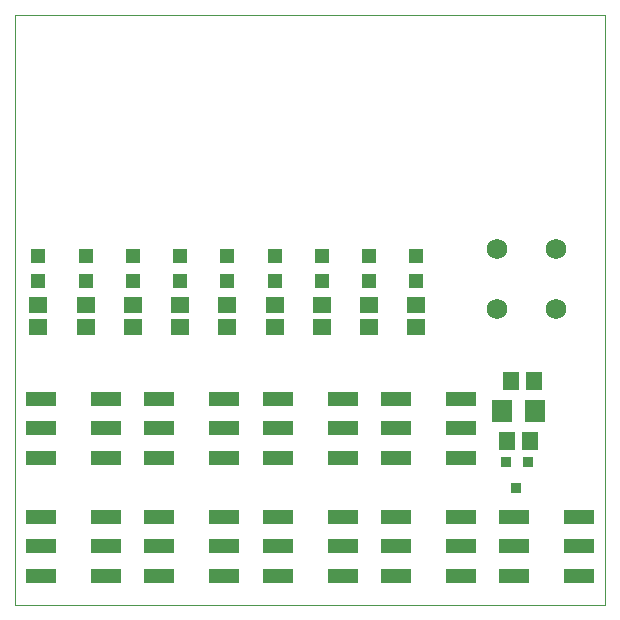
<source format=gts>
G75*
%MOIN*%
%OFA0B0*%
%FSLAX24Y24*%
%IPPOS*%
%LPD*%
%AMOC8*
5,1,8,0,0,1.08239X$1,22.5*
%
%ADD10C,0.0000*%
%ADD11R,0.1024X0.0512*%
%ADD12R,0.0512X0.0512*%
%ADD13R,0.0670X0.0749*%
%ADD14R,0.0552X0.0631*%
%ADD15C,0.0690*%
%ADD16R,0.0631X0.0552*%
%ADD17R,0.0340X0.0340*%
D10*
X000180Y000180D02*
X000180Y019865D01*
X019865Y019865D01*
X019865Y000180D01*
X000180Y000180D01*
D11*
X001066Y001164D03*
X001066Y002149D03*
X001066Y003133D03*
X001066Y005101D03*
X001066Y006086D03*
X001066Y007070D03*
X003231Y007070D03*
X003231Y006086D03*
X003231Y005101D03*
X005003Y005101D03*
X005003Y006086D03*
X005003Y007070D03*
X007168Y007070D03*
X007168Y006086D03*
X007168Y005101D03*
X008940Y005101D03*
X008940Y006086D03*
X008940Y007070D03*
X011105Y007070D03*
X011105Y006086D03*
X011105Y005101D03*
X012877Y005101D03*
X012877Y006086D03*
X012877Y007070D03*
X015042Y007070D03*
X015042Y006086D03*
X015042Y005101D03*
X015042Y003133D03*
X015042Y002149D03*
X015042Y001164D03*
X016814Y001164D03*
X016814Y002149D03*
X016814Y003133D03*
X018979Y003133D03*
X018979Y002149D03*
X018979Y001164D03*
X012877Y001164D03*
X012877Y002149D03*
X012877Y003133D03*
X011105Y003133D03*
X011105Y002149D03*
X011105Y001164D03*
X008940Y001164D03*
X008940Y002149D03*
X008940Y003133D03*
X007168Y003133D03*
X007168Y002149D03*
X007168Y001164D03*
X005003Y001164D03*
X005003Y002149D03*
X005003Y003133D03*
X003231Y003133D03*
X003231Y002149D03*
X003231Y001164D03*
D12*
X002542Y010987D03*
X002542Y011814D03*
X000967Y011814D03*
X000967Y010987D03*
X004117Y010987D03*
X004117Y011814D03*
X005692Y011814D03*
X005692Y010987D03*
X007267Y010987D03*
X007267Y011814D03*
X008841Y011814D03*
X008841Y010987D03*
X010416Y010987D03*
X010416Y011814D03*
X011991Y011814D03*
X011991Y010987D03*
X013566Y010987D03*
X013566Y011814D03*
D13*
X016420Y006656D03*
X017523Y006656D03*
D14*
X017483Y007660D03*
X016735Y007660D03*
X016597Y005656D03*
X017345Y005656D03*
D15*
X018227Y010070D03*
X016259Y010070D03*
X016259Y012038D03*
X018227Y012038D03*
D16*
X013566Y010200D03*
X013566Y009452D03*
X011991Y009452D03*
X011991Y010200D03*
X010416Y010200D03*
X010416Y009452D03*
X008841Y009452D03*
X008841Y010200D03*
X007267Y010200D03*
X007267Y009452D03*
X005692Y009452D03*
X005692Y010200D03*
X004117Y010200D03*
X004117Y009452D03*
X002542Y009452D03*
X002542Y010200D03*
X000967Y010200D03*
X000967Y009452D03*
D17*
X016542Y004944D03*
X017298Y004944D03*
X016902Y004091D03*
M02*

</source>
